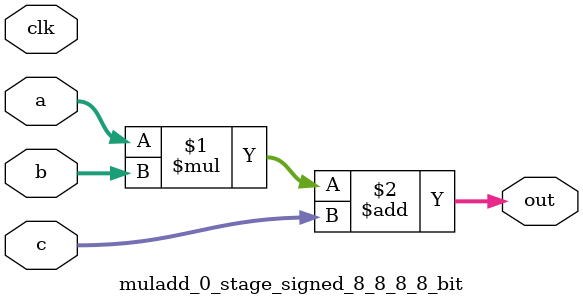
<source format=sv>

(* use_dsp = "yes" *) module muladd_0_stage_signed_8_8_8_8_bit (
	input signed [7:0] a,
	input signed [7:0] b,
	input signed [7:0] c,
	output [7:0] out,
	input clk);

	assign out = (a * b) + c;
endmodule
</source>
